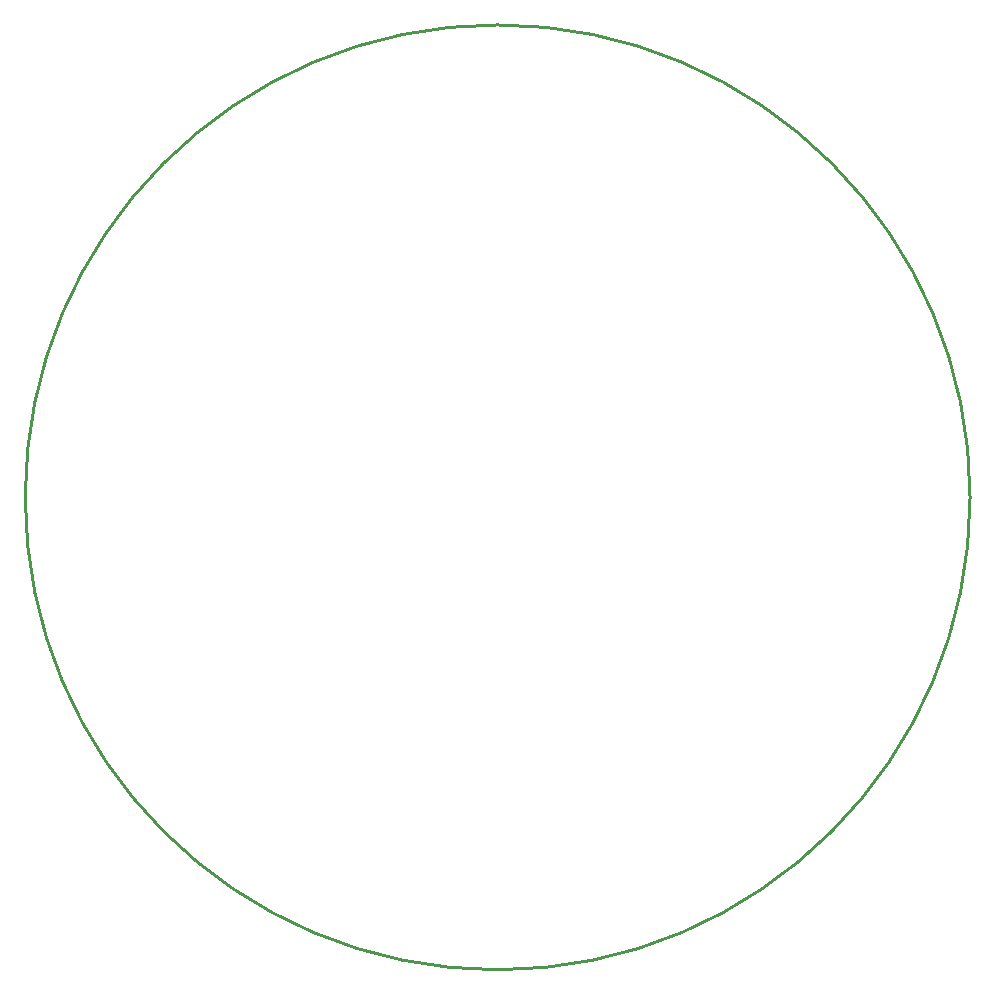
<source format=gko>
G04 ---------------------------- Layer name :KeepOutLayer *
G04 easyEDA 0.1*
G04 Scale: 100 percent, Rotated: No, Reflected: No *
G04 Dimensions in inches *
G04 leading zeros omitted , absolute positions ,2 integer and 4 * 
%FSLAX24Y24*%
%MOIN*%
G90*
G70D02*

%ADD10C,0.010000*%
G54D10*
G75*
G01X-600000Y684252D02*
G02X-568504Y684252I15748J0D01*
G01*
G75*
G01X-568504Y684252D02*
G02X-600000Y684252I-15748J0D01*
G01*

%LPD*%

M00*
M02*
</source>
